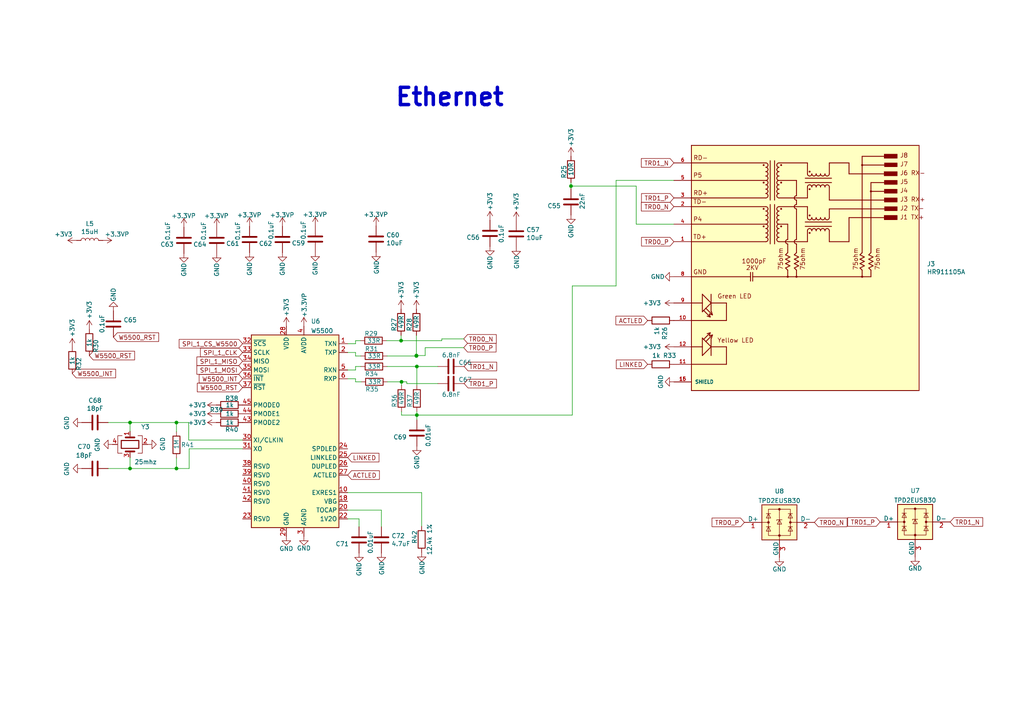
<source format=kicad_sch>
(kicad_sch (version 20211123) (generator eeschema)
  (paper "A4")
  (lib_symbols
    (symbol "Connector_Generic_Shielded:HR911105A" (pin_names (offset 1.016))
      (property "Reference" "J" (at -33.1724 36.2458 0))
      (property "Value" "Connector_Generic_Shielded_HR911105A" (at -33.1216 -38.227 0))
      (symbol "HR911105A_0_0"
        (text "1000pF" (at -18.4912 1.2446 0) (effects (font (size 1.27 1.27)) (justify left bottom)))
        (text "2KV" (at -17.2212 -0.6604 0) (effects (font (size 1.27 1.27)) (justify left bottom)))
        (text "75ohm" (at -6.4008 -0.6604 900) (effects (font (size 1.27 1.27)) (justify left bottom)))
        (text "75ohm" (at 0 -0.6604 900) (effects (font (size 1.27 1.27)) (justify left bottom)))
        (text "75ohm" (at 15.3416 -0.6604 900) (effects (font (size 1.27 1.27)) (justify left bottom)))
        (text "75ohm" (at 21.6916 -0.6604 900) (effects (font (size 1.27 1.27)) (justify left bottom)))
        (text "GND" (at -32.5374 -1.905 0) (effects (font (size 1.27 1.27)) (justify left bottom)))
        (text "Green LED" (at -25.5016 -8.9154 0) (effects (font (size 1.27 1.27)) (justify left bottom)))
        (text "J1 TX+" (at 27.432 13.9954 0) (effects (font (size 1.27 1.27)) (justify left bottom)))
        (text "J2 TX-" (at 27.4574 16.5862 0) (effects (font (size 1.27 1.27)) (justify left bottom)))
        (text "J3 RX+" (at 27.4574 19.1516 0) (effects (font (size 1.27 1.27)) (justify left bottom)))
        (text "J4" (at 27.4574 21.717 0) (effects (font (size 1.27 1.27)) (justify left bottom)))
        (text "J5" (at 27.4828 24.257 0) (effects (font (size 1.27 1.27)) (justify left bottom)))
        (text "J6 RX-" (at 27.4574 26.8224 0) (effects (font (size 1.27 1.27)) (justify left bottom)))
        (text "J7" (at 27.4574 29.3624 0) (effects (font (size 1.27 1.27)) (justify left bottom)))
        (text "J8" (at 27.4574 31.9278 0) (effects (font (size 1.27 1.27)) (justify left bottom)))
        (text "P4" (at -32.5374 13.4112 0) (effects (font (size 1.27 1.27)) (justify left bottom)))
        (text "P5" (at -32.5374 26.162 0) (effects (font (size 1.27 1.27)) (justify left bottom)))
        (text "RD+" (at -32.4866 21.0312 0) (effects (font (size 1.27 1.27)) (justify left bottom)))
        (text "RD-" (at -32.4866 31.2166 0) (effects (font (size 1.27 1.27)) (justify left bottom)))
        (text "TD+" (at -32.5628 8.3058 0) (effects (font (size 1.27 1.27)) (justify left bottom)))
        (text "TD-" (at -32.512 18.4912 0) (effects (font (size 1.27 1.27)) (justify left bottom)))
        (text "Yellow LED" (at -25.527 -21.717 0) (effects (font (size 1.27 1.27)) (justify left bottom)))
        (pin passive line (at -38.1 7.62 0) (length 5.08) (name "~") (number "1"))
        (pin passive line (at -38.1 -15.24 0) (length 5.08) (name "~") (number "10"))
        (pin passive line (at -38.1 -27.94 0) (length 5.08) (name "~") (number "11"))
        (pin passive line (at -38.1 -22.86 0) (length 5.08) (name "~") (number "12"))
        (pin passive line (at -38.1 -33.02 0) (length 5.08) (name "SHIELD") (number "15"))
        (pin passive line (at -38.1 -33.02 0) (length 5.08) (name "SHIELD") (number "16"))
        (pin passive line (at -38.1 17.78 0) (length 5.08) (name "~") (number "2"))
        (pin passive line (at -38.1 20.32 0) (length 5.08) (name "~") (number "3"))
        (pin passive line (at -38.1 12.7 0) (length 5.08) (name "~") (number "4"))
        (pin passive line (at -38.1 25.4 0) (length 5.08) (name "~") (number "5"))
        (pin passive line (at -38.1 30.48 0) (length 5.08) (name "~") (number "6"))
        (pin power_in line (at -38.1 -2.54 0) (length 5.08) (name "~") (number "8"))
        (pin passive line (at -38.1 -10.16 0) (length 5.08) (name "~") (number "9"))
      )
    )
    (symbol "Device:C" (pin_numbers hide) (pin_names (offset 0.254))
      (property "Reference" "C" (at 0.635 2.54 0))
      (property "Value" "C" (at 0.635 -2.54 0))
      (symbol "C_1_1"
        (pin passive line (at 0 3.81 270) (length 2.794) (name "~") (number "1"))
        (pin passive line (at 0 -3.81 90) (length 2.794) (name "~") (number "2"))
      )
    )
    (symbol "Device:Crystal_GND24" (pin_names (offset 1.016) hide)
      (property "Reference" "Y" (at 3.175 5.08 0))
      (property "Value" "Crystal_GND24" (at 3.175 3.175 0))
      (symbol "Crystal_GND24_1_1"
        (pin passive line (at -3.81 0 0) (length 1.27) (name "1") (number "1"))
        (pin passive line (at 0 5.08 270) (length 1.27) (name "2") (number "2"))
        (pin passive line (at 3.81 0 180) (length 1.27) (name "3") (number "3"))
        (pin passive line (at 0 -5.08 90) (length 1.27) (name "4") (number "4"))
      )
    )
    (symbol "Device:L" (pin_numbers hide) (pin_names (offset 1.016) hide)
      (property "Reference" "L" (at -1.27 0 90))
      (property "Value" "L" (at 1.905 0 90))
      (symbol "L_1_1"
        (pin passive line (at 0 3.81 270) (length 1.27) (name "1") (number "1"))
        (pin passive line (at 0 -3.81 90) (length 1.27) (name "2") (number "2"))
      )
    )
    (symbol "Device:R" (pin_numbers hide) (pin_names (offset 0))
      (property "Reference" "R" (at 2.032 0 90))
      (property "Value" "R" (at 0 0 90))
      (symbol "R_1_1"
        (pin passive line (at 0 3.81 270) (length 1.27) (name "~") (number "1"))
        (pin passive line (at 0 -3.81 90) (length 1.27) (name "~") (number "2"))
      )
    )
    (symbol "Interface_Ethernet:W5500"
      (property "Reference" "U" (at -11.43 29.21 0))
      (property "Value" "W5500" (at 8.89 29.21 0))
      (symbol "W5500_1_1"
        (pin output line (at 15.24 25.4 180) (length 2.54) (name "TXN") (number "1"))
        (pin passive line (at 15.24 -17.78 180) (length 2.54) (name "EXRES1") (number "10"))
        (pin passive line (at 2.54 30.48 270) (length 2.54) hide (name "AVDD") (number "11"))
        (pin no_connect line (at 12.7 7.62 180) (length 2.54) hide (name "NC") (number "12"))
        (pin no_connect line (at 12.7 5.08 180) (length 2.54) hide (name "NC") (number "13"))
        (pin passive line (at 2.54 -30.48 90) (length 2.54) hide (name "AGND") (number "14"))
        (pin passive line (at 2.54 30.48 270) (length 2.54) hide (name "AVDD") (number "15"))
        (pin passive line (at 2.54 -30.48 90) (length 2.54) hide (name "AGND") (number "16"))
        (pin passive line (at 2.54 30.48 270) (length 2.54) hide (name "AVDD") (number "17"))
        (pin passive line (at 15.24 -20.32 180) (length 2.54) (name "VBG") (number "18"))
        (pin passive line (at 2.54 -30.48 90) (length 2.54) hide (name "AGND") (number "19"))
        (pin output line (at 15.24 22.86 180) (length 2.54) (name "TXP") (number "2"))
        (pin passive line (at 15.24 -22.86 180) (length 2.54) (name "TOCAP") (number "20"))
        (pin passive line (at 2.54 30.48 270) (length 2.54) hide (name "AVDD") (number "21"))
        (pin output line (at 15.24 -25.4 180) (length 2.54) (name "1V2O") (number "22"))
        (pin input line (at -15.24 -25.4 0) (length 2.54) (name "RSVD") (number "23"))
        (pin output line (at 15.24 -5.08 180) (length 2.54) (name "SPDLED") (number "24"))
        (pin output line (at 15.24 -7.62 180) (length 2.54) (name "LINKLED") (number "25"))
        (pin output line (at 15.24 -10.16 180) (length 2.54) (name "DUPLED") (number "26"))
        (pin output line (at 15.24 -12.7 180) (length 2.54) (name "ACTLED") (number "27"))
        (pin power_in line (at -2.54 30.48 270) (length 2.54) (name "VDD") (number "28"))
        (pin power_in line (at -2.54 -30.48 90) (length 2.54) (name "GND") (number "29"))
        (pin power_in line (at 2.54 -30.48 90) (length 2.54) (name "AGND") (number "3"))
        (pin input line (at -15.24 -2.54 0) (length 2.54) (name "XI/CLKIN") (number "30"))
        (pin output line (at -15.24 -5.08 0) (length 2.54) (name "XO") (number "31"))
        (pin input line (at -15.24 25.4 0) (length 2.54) (name "~{SCS}") (number "32"))
        (pin input line (at -15.24 22.86 0) (length 2.54) (name "SCLK") (number "33"))
        (pin output line (at -15.24 20.32 0) (length 2.54) (name "MISO") (number "34"))
        (pin input line (at -15.24 17.78 0) (length 2.54) (name "MOSI") (number "35"))
        (pin input line (at -15.24 15.24 0) (length 2.54) (name "~{INT}") (number "36"))
        (pin input line (at -15.24 12.7 0) (length 2.54) (name "~{RST}") (number "37"))
        (pin input line (at -15.24 -10.16 0) (length 2.54) (name "RSVD") (number "38"))
        (pin input line (at -15.24 -12.7 0) (length 2.54) (name "RSVD") (number "39"))
        (pin power_in line (at 2.54 30.48 270) (length 2.54) (name "AVDD") (number "4"))
        (pin input line (at -15.24 -15.24 0) (length 2.54) (name "RSVD") (number "40"))
        (pin input line (at -15.24 -17.78 0) (length 2.54) (name "RSVD") (number "41"))
        (pin input line (at -15.24 -20.32 0) (length 2.54) (name "RSVD") (number "42"))
        (pin input line (at -15.24 2.54 0) (length 2.54) (name "PMODE2") (number "43"))
        (pin input line (at -15.24 5.08 0) (length 2.54) (name "PMODE1") (number "44"))
        (pin input line (at -15.24 7.62 0) (length 2.54) (name "PMODE0") (number "45"))
        (pin no_connect line (at 12.7 2.54 180) (length 2.54) hide (name "NC") (number "46"))
        (pin no_connect line (at 12.7 0 180) (length 2.54) hide (name "NC") (number "47"))
        (pin passive line (at 2.54 -30.48 90) (length 2.54) hide (name "AGND") (number "48"))
        (pin input line (at 15.24 17.78 180) (length 2.54) (name "RXN") (number "5"))
        (pin input line (at 15.24 15.24 180) (length 2.54) (name "RXP") (number "6"))
        (pin no_connect line (at 12.7 10.16 180) (length 2.54) hide (name "DNC") (number "7"))
        (pin passive line (at 2.54 30.48 270) (length 2.54) hide (name "AVDD") (number "8"))
        (pin passive line (at 2.54 -30.48 90) (length 2.54) hide (name "AGND") (number "9"))
      )
    )
    (symbol "Power_Protection:TPD2EUSB30" (pin_names (offset 0))
      (property "Reference" "U" (at 0 6.35 0))
      (property "Value" "TPD2EUSB30" (at 7.62 -7.62 0))
      (symbol "TPD2EUSB30_1_1"
        (pin passive line (at -10.16 0 0) (length 5.08) (name "D+") (number "1"))
        (pin passive line (at 10.16 0 180) (length 5.08) (name "D-") (number "2"))
        (pin passive line (at 0 -10.16 90) (length 5.08) (name "GND") (number "3"))
      )
    )
    (symbol "power:+3.3V" (power) (pin_names (offset 0))
      (property "Value" "+3.3V" (at 0 3.556 0))
      (symbol "+3.3V_1_1"
        (pin power_in line (at 0 0 90) (length 0) hide (name "+3V3") (number "1"))
      )
    )
    (symbol "power:+3.3VP" (power) (pin_names (offset 0))
      (property "Value" "+3.3VP" (at 0 2.54 0))
      (symbol "+3.3VP_0_0"
        (pin power_in line (at 0 0 90) (length 0) hide (name "+3.3VP") (number "1"))
      )
    )
    (symbol "power:GND" (power) (pin_names (offset 0))
      (property "Value" "GND" (at 0 -3.81 0))
      (symbol "GND_1_1"
        (pin power_in line (at 0 0 270) (length 0) hide (name "GND") (number "1"))
      )
    )
  )
  (junction (at 120.777 103.124))
  (junction (at 120.904 120.396))
  (junction (at 51.181 135.89))
  (junction (at 120.777 103.251))
  (junction (at 116.332 98.806))
  (junction (at 120.904 106.299))
  (junction (at 37.719 135.89))
  (junction (at 165.608 53.975))
  (junction (at 116.459 110.744))
  (junction (at 37.719 122.555))
  (junction (at 51.181 122.555))
  (wire (pts (xy 165.608 52.959) (xy 165.608 53.975)))
  (wire (pts (xy 123.317 100.838) (xy 134.493 100.838)))
  (wire (pts (xy 120.777 103.124) (xy 120.777 97.282)))
  (wire (pts (xy 100.838 147.955) (xy 110.617 147.955)))
  (wire (pts (xy 103.124 99.695) (xy 103.124 98.806)))
  (wire (pts (xy 54.864 130.175) (xy 70.358 130.175)))
  (wire (pts (xy 120.904 106.299) (xy 127 106.299)))
  (wire (pts (xy 112.268 106.299) (xy 120.904 106.299)))
  (wire (pts (xy 100.838 102.235) (xy 103.124 102.235)))
  (wire (pts (xy 51.181 132.842) (xy 51.181 135.89)))
  (wire (pts (xy 110.617 147.955) (xy 110.617 152.781)))
  (wire (pts (xy 51.181 122.555) (xy 51.181 125.222)))
  (wire (pts (xy 103.124 107.315) (xy 103.124 106.299)))
  (wire (pts (xy 100.838 109.855) (xy 103.124 109.855)))
  (wire (pts (xy 100.838 150.495) (xy 104.14 150.495)))
  (wire (pts (xy 103.124 102.235) (xy 103.124 103.251)))
  (wire (pts (xy 128.143 98.298) (xy 128.143 98.806)))
  (wire (pts (xy 165.989 82.931) (xy 178.689 82.931)))
  (wire (pts (xy 100.838 142.875) (xy 122.301 142.875)))
  (wire (pts (xy 31.369 122.555) (xy 37.719 122.555)))
  (wire (pts (xy 70.358 127.635) (xy 54.737 127.635)))
  (wire (pts (xy 103.124 109.855) (xy 103.124 110.744)))
  (wire (pts (xy 116.459 119.38) (xy 116.459 120.396)))
  (wire (pts (xy 51.181 135.89) (xy 54.864 135.89)))
  (wire (pts (xy 128.143 98.806) (xy 116.332 98.806)))
  (wire (pts (xy 103.124 110.744) (xy 104.775 110.744)))
  (wire (pts (xy 112.395 110.744) (xy 116.459 110.744)))
  (wire (pts (xy 31.369 135.89) (xy 37.719 135.89)))
  (wire (pts (xy 195.453 52.324) (xy 178.689 52.324)))
  (wire (pts (xy 37.719 122.555) (xy 37.719 125.095)))
  (wire (pts (xy 120.777 103.251) (xy 120.777 103.124)))
  (wire (pts (xy 51.181 122.555) (xy 54.737 122.555)))
  (wire (pts (xy 116.459 110.744) (xy 116.459 111.76)))
  (wire (pts (xy 120.777 103.124) (xy 123.317 103.124)))
  (wire (pts (xy 112.141 98.806) (xy 116.332 98.806)))
  (wire (pts (xy 54.737 127.635) (xy 54.737 122.555)))
  (wire (pts (xy 100.838 99.695) (xy 103.124 99.695)))
  (wire (pts (xy 104.14 150.495) (xy 104.14 152.781)))
  (wire (pts (xy 120.904 120.396) (xy 120.904 119.38)))
  (wire (pts (xy 178.689 82.931) (xy 178.689 52.324)))
  (wire (pts (xy 103.124 98.806) (xy 104.521 98.806)))
  (wire (pts (xy 116.459 120.396) (xy 120.904 120.396)))
  (wire (pts (xy 103.124 106.299) (xy 104.648 106.299)))
  (wire (pts (xy 127 111.252) (xy 117.983 111.252)))
  (wire (pts (xy 120.904 120.396) (xy 120.904 121.793)))
  (wire (pts (xy 134.493 98.298) (xy 128.143 98.298)))
  (wire (pts (xy 165.608 53.975) (xy 184.531 53.975)))
  (wire (pts (xy 165.608 53.975) (xy 165.608 54.737)))
  (wire (pts (xy 37.719 135.89) (xy 51.181 135.89)))
  (wire (pts (xy 100.838 107.315) (xy 103.124 107.315)))
  (wire (pts (xy 54.864 130.175) (xy 54.864 135.89)))
  (wire (pts (xy 120.904 120.396) (xy 165.989 120.396)))
  (wire (pts (xy 122.301 142.875) (xy 122.301 152.654)))
  (wire (pts (xy 103.124 103.251) (xy 104.648 103.251)))
  (wire (pts (xy 37.719 135.89) (xy 37.719 132.715)))
  (wire (pts (xy 195.453 65.024) (xy 184.531 65.024)))
  (wire (pts (xy 117.983 111.252) (xy 117.983 110.744)))
  (wire (pts (xy 112.268 103.251) (xy 120.777 103.251)))
  (wire (pts (xy 37.719 122.555) (xy 51.181 122.555)))
  (wire (pts (xy 116.332 98.806) (xy 116.332 97.282)))
  (wire (pts (xy 117.983 110.744) (xy 116.459 110.744)))
  (wire (pts (xy 184.531 65.024) (xy 184.531 53.975)))
  (wire (pts (xy 120.904 106.299) (xy 120.904 111.76)))
  (wire (pts (xy 165.989 120.396) (xy 165.989 82.931)))
  (wire (pts (xy 123.317 103.124) (xy 123.317 100.838)))
  (text "Ethernet" (at 114.3 31.242 0) (effects (font (size 5.0038 5.0038) (thickness 1.0008) bold) (justify left bottom)))
  (global_label "LINKED" (shape input) (at 100.838 132.715 0) (property "Intersheet References" "${INTERSHEET_REFS}" (effects hide)))
  (global_label "TRD0_N" (shape input) (at 236.22 151.511 0) (property "Intersheet References" "${INTERSHEET_REFS}" (effects hide)))
  (global_label "TRD1_P" (shape input) (at 195.453 57.404 180) (property "Intersheet References" "${INTERSHEET_REFS}" (effects hide)))
  (global_label "TRD0_P" (shape input) (at 195.453 70.104 180) (property "Intersheet References" "${INTERSHEET_REFS}" (effects hide)))
  (global_label "TRD1_P" (shape input) (at 134.62 111.252 0) (property "Intersheet References" "${INTERSHEET_REFS}" (effects hide)))
  (global_label "SPI_1_MISO" (shape input) (at 70.358 104.775 180) (property "Intersheet References" "${INTERSHEET_REFS}" (effects hide)))
  (global_label "TRD1_N" (shape input) (at 134.62 106.299 0) (property "Intersheet References" "${INTERSHEET_REFS}" (effects hide)))
  (global_label "SPI_1_MOSI" (shape input) (at 70.358 107.315 180) (property "Intersheet References" "${INTERSHEET_REFS}" (effects hide)))
  (global_label "W5500_INT" (shape input) (at 20.955 108.331 0) (property "Intersheet References" "${INTERSHEET_REFS}" (effects hide)))
  (global_label "W5500_RST" (shape input) (at 70.358 112.395 180) (property "Intersheet References" "${INTERSHEET_REFS}" (effects hide)))
  (global_label "TRD0_N" (shape input) (at 134.493 98.298 0) (property "Intersheet References" "${INTERSHEET_REFS}" (effects hide)))
  (global_label "SPI_1_CLK" (shape input) (at 70.358 102.235 180) (property "Intersheet References" "${INTERSHEET_REFS}" (effects hide)))
  (global_label "TRD1_N" (shape input) (at 275.59 151.384 0) (property "Intersheet References" "${INTERSHEET_REFS}" (effects hide)))
  (global_label "TRD0_N" (shape input) (at 195.453 59.944 180) (property "Intersheet References" "${INTERSHEET_REFS}" (effects hide)))
  (global_label "TRD0_P" (shape input) (at 134.493 100.838 0) (property "Intersheet References" "${INTERSHEET_REFS}" (effects hide)))
  (global_label "LINKED" (shape input) (at 187.833 105.664 180) (property "Intersheet References" "${INTERSHEET_REFS}" (effects hide)))
  (global_label "TRD1_N" (shape input) (at 195.453 47.244 180) (property "Intersheet References" "${INTERSHEET_REFS}" (effects hide)))
  (global_label "W5500_INT" (shape input) (at 70.358 109.855 180) (property "Intersheet References" "${INTERSHEET_REFS}" (effects hide)))
  (global_label "ACTLED" (shape input) (at 187.833 92.964 180) (property "Intersheet References" "${INTERSHEET_REFS}" (effects hide)))
  (global_label "W5500_RST" (shape input) (at 25.908 103.124 0) (property "Intersheet References" "${INTERSHEET_REFS}" (effects hide)))
  (global_label "SPI_1_CS_W5500" (shape input) (at 70.358 99.695 180) (property "Intersheet References" "${INTERSHEET_REFS}" (effects hide)))
  (global_label "W5500_RST" (shape input) (at 32.893 97.79 0) (property "Intersheet References" "${INTERSHEET_REFS}" (effects hide)))
  (global_label "TRD1_P" (shape input) (at 255.27 151.384 180) (property "Intersheet References" "${INTERSHEET_REFS}" (effects hide)))
  (global_label "TRD0_P" (shape input) (at 215.9 151.511 180) (property "Intersheet References" "${INTERSHEET_REFS}" (effects hide)))
  (global_label "ACTLED" (shape input) (at 100.838 137.795 0) (property "Intersheet References" "${INTERSHEET_REFS}" (effects hide)))
  (symbol (lib_id "power:+3.3V") (at 165.608 45.339 0) (unit 1)
    (property "Reference" "#PWR0121" (effects hide))
    (property "Value" "+3.3V" (at 165.608 39.878 90))
  )
  (symbol (lib_id "power:+3.3V") (at 120.777 89.662 0) (unit 1)
    (property "Reference" "#PWR0146" (effects hide))
    (property "Value" "+3.3V" (at 120.777 84.201 90))
  )
  (symbol (lib_id "Device:Crystal_GND24") (at 37.719 128.905 270) (unit 1)
    (property "Reference" "Y3" (at 40.894 123.825 90) (effects (justify left)))
    (property "Value" "25mhz" (at 38.989 133.985 90) (effects (justify left)))
    (property "Footprint" "Footprint:Crystal_smd_3225" (effects hide))
  )
  (symbol (lib_id "power:GND") (at 23.749 135.89 270) (unit 1)
    (property "Reference" "#PWR0161" (effects hide))
    (property "Value" "GND" (at 19.3548 136.017 0))
  )
  (symbol (lib_id "power:+3.3VP") (at 53.34 65.913 0) (unit 1)
    (property "Reference" "#PWR0130" (effects hide))
    (property "Value" "+3.3VP" (at 49.657 62.611 0) (effects (justify left)))
  )
  (symbol (lib_id "power:+3.3V") (at 142.113 63.881 0) (unit 1)
    (property "Reference" "#PWR0123" (effects hide))
    (property "Value" "+3.3V" (at 142.113 58.42 90))
  )
  (symbol (lib_id "Device:C") (at 165.608 58.547 180) (unit 1)
    (property "Reference" "C55" (at 162.687 59.7154 0) (effects (justify left)))
    (property "Value" "22nF" (at 168.91 55.88 90) (effects (justify left)))
    (property "Footprint" "Capacitor_SMD:C_0603_1608Metric" (effects hide))
  )
  (symbol (lib_id "Device:L") (at 26.035 69.723 90) (unit 1)
    (property "Reference" "L5" (at 26.035 64.897 90))
    (property "Value" "15uH" (at 26.035 67.2084 90))
    (property "Footprint" "Resistor_SMD:R_0603_1608Metric" (effects hide))
  )
  (symbol (lib_id "Device:R") (at 191.643 92.964 270) (unit 1)
    (property "Reference" "R26" (at 192.8114 94.742 0) (effects (justify left)))
    (property "Value" "1k" (at 190.5 94.742 0) (effects (justify left)))
    (property "Footprint" "Resistor_SMD:R_0603_1608Metric" (effects hide))
  )
  (symbol (lib_id "power:GND") (at 109.093 73.152 0) (unit 1)
    (property "Reference" "#PWR0138" (effects hide))
    (property "Value" "GND" (at 109.22 77.5462 90))
  )
  (symbol (lib_id "Device:R") (at 116.332 93.472 180) (unit 1)
    (property "Reference" "R27" (at 114.3 92.202 90) (effects (justify left)))
    (property "Value" "49R" (at 116.332 91.44 90) (effects (justify left)))
    (property "Footprint" "Resistor_SMD:R_0603_1608Metric" (effects hide))
  )
  (symbol (lib_id "Device:C") (at 110.617 156.591 0) (unit 1)
    (property "Reference" "C72" (at 113.538 155.4226 0) (effects (justify left)))
    (property "Value" "4.7uF" (at 113.538 157.734 0) (effects (justify left)))
    (property "Footprint" "Capacitor_SMD:C_0805_2012Metric" (effects hide))
  )
  (symbol (lib_id "Device:C") (at 72.39 69.469 180) (unit 1)
    (property "Reference" "C61" (at 69.469 70.6374 0) (effects (justify left)))
    (property "Value" "0.1uF" (at 68.961 64.262 90) (effects (justify left)))
    (property "Footprint" "Capacitor_SMD:C_0603_1608Metric" (effects hide))
  )
  (symbol (lib_id "Device:R") (at 51.181 129.032 0) (unit 1)
    (property "Reference" "R41" (at 52.451 129.032 0) (effects (justify left)))
    (property "Value" "1M" (at 51.181 130.302 90) (effects (justify left)))
    (property "Footprint" "Resistor_SMD:R_0603_1608Metric" (effects hide))
  )
  (symbol (lib_id "power:+3.3VP") (at 88.138 94.615 0) (unit 1)
    (property "Reference" "#PWR0149" (effects hide))
    (property "Value" "+3.3VP" (at 88.265 92.075 90) (effects (justify left)))
  )
  (symbol (lib_id "power:GND") (at 104.14 160.401 0) (unit 1)
    (property "Reference" "#PWR0165" (effects hide))
    (property "Value" "GND" (at 104.14 165.1 90))
  )
  (symbol (lib_id "power:+3.3VP") (at 81.915 65.659 0) (unit 1)
    (property "Reference" "#PWR0129" (effects hide))
    (property "Value" "+3.3VP" (at 78.232 62.357 0) (effects (justify left)))
  )
  (symbol (lib_id "power:GND") (at 32.639 128.905 270) (unit 1)
    (property "Reference" "#PWR0158" (effects hide))
    (property "Value" "GND" (at 28.2448 129.032 0))
  )
  (symbol (lib_id "power:+3.3VP") (at 91.44 65.532 0) (unit 1)
    (property "Reference" "#PWR0126" (effects hide))
    (property "Value" "+3.3VP" (at 87.757 62.23 0) (effects (justify left)))
  )
  (symbol (lib_id "Device:R") (at 66.548 122.555 270) (unit 1)
    (property "Reference" "R40" (at 65.278 124.587 90) (effects (justify left)))
    (property "Value" "1k" (at 65.405 122.555 90) (effects (justify left)))
    (property "Footprint" "Resistor_SMD:R_0603_1608Metric" (effects hide))
  )
  (symbol (lib_id "power:GND") (at 122.301 160.274 0) (unit 1)
    (property "Reference" "#PWR0164" (effects hide))
    (property "Value" "GND" (at 122.428 164.6682 90))
  )
  (symbol (lib_id "power:GND") (at 81.915 73.279 0) (unit 1)
    (property "Reference" "#PWR0140" (effects hide))
    (property "Value" "GND" (at 81.915 77.978 90))
  )
  (symbol (lib_id "Device:C") (at 91.44 69.342 180) (unit 1)
    (property "Reference" "C59" (at 88.519 70.5104 0) (effects (justify left)))
    (property "Value" "0.1uF" (at 88.011 64.008 90) (effects (justify left)))
    (property "Footprint" "Capacitor_SMD:C_0603_1608Metric" (effects hide))
  )
  (symbol (lib_id "Device:R") (at 20.955 104.521 180) (unit 1)
    (property "Reference" "R32" (at 22.86 103.632 90) (effects (justify left)))
    (property "Value" "1k" (at 20.955 103.378 90) (effects (justify left)))
    (property "Footprint" "Resistor_SMD:R_0603_1608Metric" (effects hide))
  )
  (symbol (lib_id "power:GND") (at 265.43 161.544 0) (unit 1)
    (property "Reference" "#PWR0167" (effects hide))
    (property "Value" "GND" (at 265.43 164.846 0))
  )
  (symbol (lib_id "power:GND") (at 120.904 129.413 0) (unit 1)
    (property "Reference" "#PWR0160" (effects hide))
    (property "Value" "GND" (at 120.904 134.112 90))
  )
  (symbol (lib_id "power:+3.3V") (at 195.453 100.584 90) (unit 1)
    (property "Reference" "#PWR0151" (effects hide))
    (property "Value" "+3.3V" (at 189.103 100.584 90))
  )
  (symbol (lib_id "Device:R") (at 108.585 110.744 90) (unit 1)
    (property "Reference" "R35" (at 109.855 112.903 90) (effects (justify left)))
    (property "Value" "33R" (at 110.617 110.744 90) (effects (justify left)))
    (property "Footprint" "Resistor_SMD:R_0603_1608Metric" (effects hide))
  )
  (symbol (lib_id "power:+3.3V") (at 62.738 117.475 90) (unit 1)
    (property "Reference" "#PWR0154" (effects hide))
    (property "Value" "+3.3V" (at 57.15 117.475 90))
  )
  (symbol (lib_id "Device:C") (at 32.893 93.98 0) (unit 1)
    (property "Reference" "C65" (at 35.814 92.8116 0) (effects (justify left)))
    (property "Value" "0.1uF" (at 29.591 96.647 90) (effects (justify left)))
    (property "Footprint" "Capacitor_SMD:C_0603_1608Metric" (effects hide))
  )
  (symbol (lib_id "power:+3.3V") (at 20.955 100.711 0) (unit 1)
    (property "Reference" "#PWR0152" (effects hide))
    (property "Value" "+3.3V" (at 20.955 95.123 90))
  )
  (symbol (lib_id "Device:R") (at 122.301 156.464 0) (unit 1)
    (property "Reference" "R42" (at 120.269 157.734 90) (effects (justify left)))
    (property "Value" "12.4k 1%" (at 124.587 161.036 90) (effects (justify left)))
    (property "Footprint" "Resistor_SMD:R_0603_1608Metric" (effects hide))
  )
  (symbol (lib_id "Device:C") (at 81.915 69.469 180) (unit 1)
    (property "Reference" "C62" (at 78.994 70.6374 0) (effects (justify left)))
    (property "Value" "0.1uF" (at 78.613 64.008 90) (effects (justify left)))
    (property "Footprint" "Capacitor_SMD:C_0603_1608Metric" (effects hide))
  )
  (symbol (lib_id "Device:R") (at 108.331 98.806 90) (unit 1)
    (property "Reference" "R29" (at 109.601 96.774 90) (effects (justify left)))
    (property "Value" "33R" (at 110.363 98.806 90) (effects (justify left)))
    (property "Footprint" "Resistor_SMD:R_0603_1608Metric" (effects hide))
  )
  (symbol (lib_id "Connector_Generic_Shielded:HR911105A") (at 233.553 77.724 0) (unit 1)
    (property "Reference" "J3" (at 268.8336 76.5556 0) (effects (justify left)))
    (property "Value" "HR911105A" (at 268.8336 78.867 0) (effects (justify left)))
    (property "Footprint" "Footprint:HANRUN_HR911105A" (effects hide))
    (property "MP" "HR911105A" (effects hide))
    (property "PARTREV" "A" (effects hide))
    (property "DESCRIPTION" "DIP RJ45 Connector;" (effects hide))
    (property "AVAILABILITY" "Unavailable" (effects hide))
    (property "PRICE" "None" (effects hide))
    (property "STANDARD" "Manufacturer Recommendation" (effects hide))
    (property "PACKAGE" "None" (effects hide))
    (property "MF" "HanRun" (effects hide))
  )
  (symbol (lib_id "power:+3.3V") (at 62.738 120.015 90) (unit 1)
    (property "Reference" "#PWR0155" (effects hide))
    (property "Value" "+3.3V" (at 57.15 120.015 90))
  )
  (symbol (lib_id "power:GND") (at 72.39 73.279 0) (unit 1)
    (property "Reference" "#PWR0139" (effects hide))
    (property "Value" "GND" (at 72.39 77.978 90))
  )
  (symbol (lib_id "power:GND") (at 32.893 90.17 180) (unit 1)
    (property "Reference" "#PWR0147" (effects hide))
    (property "Value" "GND" (at 32.893 85.471 90))
  )
  (symbol (lib_id "power:+3.3VP") (at 62.865 65.913 0) (unit 1)
    (property "Reference" "#PWR0131" (effects hide))
    (property "Value" "+3.3VP" (at 59.182 62.611 0) (effects (justify left)))
  )
  (symbol (lib_id "power:+3.3V") (at 22.225 69.723 90) (unit 1)
    (property "Reference" "#PWR0132" (effects hide))
    (property "Value" "+3.3V" (at 18.415 67.945 90))
  )
  (symbol (lib_id "power:GND") (at 149.733 71.628 0) (unit 1)
    (property "Reference" "#PWR0135" (effects hide))
    (property "Value" "GND" (at 149.86 76.0222 90))
  )
  (symbol (lib_id "Device:R") (at 25.908 99.314 180) (unit 1)
    (property "Reference" "R30" (at 27.813 98.425 90) (effects (justify left)))
    (property "Value" "1k" (at 25.908 98.171 90) (effects (justify left)))
    (property "Footprint" "Resistor_SMD:R_0603_1608Metric" (effects hide))
  )
  (symbol (lib_id "power:GND") (at 23.749 122.555 270) (unit 1)
    (property "Reference" "#PWR0156" (effects hide))
    (property "Value" "GND" (at 19.3548 122.682 0))
  )
  (symbol (lib_id "Device:C") (at 62.865 69.723 180) (unit 1)
    (property "Reference" "C64" (at 59.944 70.8914 0) (effects (justify left)))
    (property "Value" "0.1uF" (at 59.055 64.262 90) (effects (justify left)))
    (property "Footprint" "Capacitor_SMD:C_0603_1608Metric" (effects hide))
  )
  (symbol (lib_id "Device:R") (at 66.548 120.015 270) (unit 1)
    (property "Reference" "R39" (at 60.833 118.872 90) (effects (justify left)))
    (property "Value" "1k" (at 65.405 120.015 90) (effects (justify left)))
    (property "Footprint" "Resistor_SMD:R_0603_1608Metric" (effects hide))
  )
  (symbol (lib_id "Device:C") (at 104.14 156.591 180) (unit 1)
    (property "Reference" "C71" (at 101.219 157.7594 0) (effects (justify left)))
    (property "Value" "0.01uF" (at 107.442 153.924 90) (effects (justify left)))
    (property "Footprint" "Capacitor_SMD:C_0603_1608Metric" (effects hide))
  )
  (symbol (lib_id "Device:C") (at 130.81 106.299 270) (unit 1)
    (property "Reference" "C66" (at 132.969 105.156 90) (effects (justify left)))
    (property "Value" "6.8nF" (at 128.143 102.997 90) (effects (justify left)))
    (property "Footprint" "Capacitor_SMD:C_0603_1608Metric" (effects hide))
  )
  (symbol (lib_id "power:+3.3V") (at 116.332 89.662 0) (unit 1)
    (property "Reference" "#PWR0145" (effects hide))
    (property "Value" "+3.3V" (at 116.332 84.201 90))
  )
  (symbol (lib_id "power:GND") (at 53.34 73.533 0) (unit 1)
    (property "Reference" "#PWR0141" (effects hide))
    (property "Value" "GND" (at 53.34 78.232 90))
  )
  (symbol (lib_id "power:GND") (at 91.44 73.152 0) (unit 1)
    (property "Reference" "#PWR0137" (effects hide))
    (property "Value" "GND" (at 91.44 77.851 90))
  )
  (symbol (lib_id "Device:C") (at 149.733 67.818 0) (unit 1)
    (property "Reference" "C57" (at 152.654 66.6496 0) (effects (justify left)))
    (property "Value" "10uF" (at 152.654 68.961 0) (effects (justify left)))
    (property "Footprint" "Capacitor_SMD:C_0805_2012Metric" (effects hide))
  )
  (symbol (lib_id "Device:R") (at 66.548 117.475 270) (unit 1)
    (property "Reference" "R38" (at 65.278 115.57 90) (effects (justify left)))
    (property "Value" "1k" (at 65.405 117.475 90) (effects (justify left)))
    (property "Footprint" "Resistor_SMD:R_0603_1608Metric" (effects hide))
  )
  (symbol (lib_id "power:GND") (at 226.06 161.671 0) (unit 1)
    (property "Reference" "#PWR0168" (effects hide))
    (property "Value" "GND" (at 226.06 165.1 0))
  )
  (symbol (lib_id "Device:R") (at 116.459 115.57 180) (unit 1)
    (property "Reference" "R36" (at 114.427 114.3 90) (effects (justify left)))
    (property "Value" "49R" (at 116.459 113.538 90) (effects (justify left)))
    (property "Footprint" "Resistor_SMD:R_0603_1608Metric" (effects hide))
  )
  (symbol (lib_id "power:GND") (at 195.453 110.744 270) (unit 1)
    (property "Reference" "#PWR0153" (effects hide))
    (property "Value" "GND" (at 191.643 110.744 0))
  )
  (symbol (lib_id "Device:R") (at 108.458 106.299 90) (unit 1)
    (property "Reference" "R34" (at 109.728 108.458 90) (effects (justify left)))
    (property "Value" "33R" (at 110.49 106.299 90) (effects (justify left)))
    (property "Footprint" "Resistor_SMD:R_0603_1608Metric" (effects hide))
  )
  (symbol (lib_id "Device:C") (at 109.093 69.342 0) (unit 1)
    (property "Reference" "C60" (at 112.014 68.1736 0) (effects (justify left)))
    (property "Value" "10uF" (at 112.014 70.485 0) (effects (justify left)))
    (property "Footprint" "Capacitor_SMD:C_0805_2012Metric" (effects hide))
  )
  (symbol (lib_id "power:GND") (at 88.138 155.575 0) (unit 1)
    (property "Reference" "#PWR0163" (effects hide))
    (property "Value" "GND" (at 88.138 159.004 0))
  )
  (symbol (lib_id "Device:C") (at 27.559 135.89 90) (unit 1)
    (property "Reference" "C70" (at 24.384 129.54 90))
    (property "Value" "18pF" (at 24.384 132.08 90))
    (property "Footprint" "Capacitor_SMD:C_0603_1608Metric" (effects hide))
  )
  (symbol (lib_id "power:+3.3V") (at 83.058 94.615 0) (unit 1)
    (property "Reference" "#PWR0148" (effects hide))
    (property "Value" "+3.3V" (at 83.058 89.154 90))
  )
  (symbol (lib_id "Device:C") (at 130.81 111.252 270) (unit 1)
    (property "Reference" "C67" (at 132.969 110.109 90) (effects (justify left)))
    (property "Value" "6.8nF" (at 128.143 114.427 90) (effects (justify left)))
    (property "Footprint" "Capacitor_SMD:C_0603_1608Metric" (effects hide))
  )
  (symbol (lib_id "Device:R") (at 191.643 105.664 270) (unit 1)
    (property "Reference" "R33" (at 192.278 103.124 90) (effects (justify left)))
    (property "Value" "1k" (at 189.103 103.124 90) (effects (justify left)))
    (property "Footprint" "Resistor_SMD:R_0603_1608Metric" (effects hide))
  )
  (symbol (lib_id "Interface_Ethernet:W5500") (at 85.598 125.095 0) (unit 1)
    (property "Reference" "U6" (at 90.1574 93.1885 0) (effects (justify left)))
    (property "Value" "W5500" (at 90.1574 95.9636 0) (effects (justify left)))
    (property "Footprint" "Package_QFP:LQFP-48_7x7mm_P0.5mm" (effects hide))
    (property "Datasheet" "http://wizwiki.net/wiki/lib/exe/fetch.php/products:w5500:w5500_ds_v109e.pdf" (effects hide))
  )
  (symbol (lib_id "power:+3.3V") (at 195.453 87.884 90) (unit 1)
    (property "Reference" "#PWR0144" (effects hide))
    (property "Value" "+3.3V" (at 189.103 87.884 90))
  )
  (symbol (lib_id "Power_Protection:TPD2EUSB30") (at 226.06 151.511 0) (unit 1)
    (property "Reference" "U8" (at 226.06 142.4645 0))
    (property "Value" "TPD2EUSB30" (at 226.06 145.2396 0))
    (property "Footprint" "Package_TO_SOT_SMD:Texas_DRT-3" (effects hide))
    (property "Datasheet" "http://www.ti.com/lit/ds/symlink/tpd2eusb30a.pdf" (effects hide))
  )
  (symbol (lib_id "power:+3.3VP") (at 72.39 65.659 0) (unit 1)
    (property "Reference" "#PWR0128" (effects hide))
    (property "Value" "+3.3VP" (at 68.707 62.357 0) (effects (justify left)))
  )
  (symbol (lib_id "power:GND") (at 142.113 71.501 0) (unit 1)
    (property "Reference" "#PWR0134" (effects hide))
    (property "Value" "GND" (at 142.113 76.2 90))
  )
  (symbol (lib_id "Power_Protection:TPD2EUSB30") (at 265.43 151.384 0) (unit 1)
    (property "Reference" "U7" (at 265.43 142.3375 0))
    (property "Value" "TPD2EUSB30" (at 265.43 145.1126 0))
    (property "Footprint" "Package_TO_SOT_SMD:Texas_DRT-3" (effects hide))
    (property "Datasheet" "http://www.ti.com/lit/ds/symlink/tpd2eusb30a.pdf" (effects hide))
  )
  (symbol (lib_id "Device:R") (at 108.458 103.251 90) (unit 1)
    (property "Reference" "R31" (at 109.728 101.219 90) (effects (justify left)))
    (property "Value" "33R" (at 110.49 103.251 90) (effects (justify left)))
    (property "Footprint" "Resistor_SMD:R_0603_1608Metric" (effects hide))
  )
  (symbol (lib_id "power:GND") (at 110.617 160.401 0) (unit 1)
    (property "Reference" "#PWR0166" (effects hide))
    (property "Value" "GND" (at 110.744 164.7952 90))
  )
  (symbol (lib_id "power:GND") (at 165.608 62.357 0) (unit 1)
    (property "Reference" "#PWR0122" (effects hide))
    (property "Value" "GND" (at 165.608 67.056 90))
  )
  (symbol (lib_id "power:GND") (at 83.058 155.575 0) (unit 1)
    (property "Reference" "#PWR0162" (effects hide))
    (property "Value" "GND" (at 83.058 159.131 0))
  )
  (symbol (lib_id "power:GND") (at 42.799 128.905 90) (unit 1)
    (property "Reference" "#PWR0159" (effects hide))
    (property "Value" "GND" (at 47.1932 128.778 0))
  )
  (symbol (lib_id "power:+3.3V") (at 149.733 64.008 0) (unit 1)
    (property "Reference" "#PWR0124" (effects hide))
    (property "Value" "+3.3V" (at 149.733 58.547 90))
  )
  (symbol (lib_id "Device:R") (at 120.777 93.472 180) (unit 1)
    (property "Reference" "R28" (at 118.745 92.202 90) (effects (justify left)))
    (property "Value" "49R" (at 120.777 91.44 90) (effects (justify left)))
    (property "Footprint" "Resistor_SMD:R_0603_1608Metric" (effects hide))
  )
  (symbol (lib_id "Device:R") (at 120.904 115.57 180) (unit 1)
    (property "Reference" "R37" (at 118.872 114.3 90) (effects (justify left)))
    (property "Value" "49R" (at 120.904 113.538 90) (effects (justify left)))
    (property "Footprint" "Resistor_SMD:R_0603_1608Metric" (effects hide))
  )
  (symbol (lib_id "power:GND") (at 62.865 73.533 0) (unit 1)
    (property "Reference" "#PWR0142" (effects hide))
    (property "Value" "GND" (at 62.865 78.232 90))
  )
  (symbol (lib_id "Device:C") (at 53.34 69.723 180) (unit 1)
    (property "Reference" "C63" (at 50.419 70.8914 0) (effects (justify left)))
    (property "Value" "0.1uF" (at 48.641 64.262 90) (effects (justify left)))
    (property "Footprint" "Capacitor_SMD:C_0603_1608Metric" (effects hide))
  )
  (symbol (lib_id "power:+3.3VP") (at 109.093 65.532 0) (unit 1)
    (property "Reference" "#PWR0127" (effects hide))
    (property "Value" "+3.3VP" (at 105.41 62.23 0) (effects (justify left)))
  )
  (symbol (lib_id "power:GND") (at 195.453 80.264 270) (unit 1)
    (property "Reference" "#PWR0143" (effects hide))
    (property "Value" "GND" (at 190.754 80.264 90))
  )
  (symbol (lib_id "power:+3.3VP") (at 29.845 69.723 270) (unit 1)
    (property "Reference" "#PWR0133" (effects hide))
    (property "Value" "+3.3VP" (at 30.353 67.945 90) (effects (justify left)))
  )
  (symbol (lib_id "power:+3.3V") (at 25.908 95.504 0) (unit 1)
    (property "Reference" "#PWR0150" (effects hide))
    (property "Value" "+3.3V" (at 25.908 89.916 90))
  )
  (symbol (lib_id "Device:C") (at 27.559 122.555 90) (unit 1)
    (property "Reference" "C68" (at 27.559 116.1542 90))
    (property "Value" "18pF" (at 27.559 118.4656 90))
    (property "Footprint" "Capacitor_SMD:C_0603_1608Metric" (effects hide))
  )
  (symbol (lib_id "Device:C") (at 142.113 67.691 180) (unit 1)
    (property "Reference" "C56" (at 139.192 68.8594 0) (effects (justify left)))
    (property "Value" "0.1uF" (at 145.415 65.024 90) (effects (justify left)))
    (property "Footprint" "Capacitor_SMD:C_0603_1608Metric" (effects hide))
  )
  (symbol (lib_id "power:+3.3V") (at 62.738 122.555 90) (unit 1)
    (property "Reference" "#PWR0157" (effects hide))
    (property "Value" "+3.3V" (at 57.15 122.555 90))
  )
  (symbol (lib_id "Device:C") (at 120.904 125.603 180) (unit 1)
    (property "Reference" "C69" (at 117.983 126.7714 0) (effects (justify left)))
    (property "Value" "0.01uF" (at 124.206 122.936 90) (effects (justify left)))
    (property "Footprint" "Capacitor_SMD:C_0603_1608Metric" (effects hide))
  )
  (symbol (lib_id "Device:R") (at 165.608 49.149 180) (unit 1)
    (property "Reference" "R25" (at 163.576 47.879 90) (effects (justify left)))
    (property "Value" "10R" (at 165.608 47.117 90) (effects (justify left)))
    (property "Footprint" "Resistor_SMD:R_0603_1608Metric" (effects hide))
  )
)
</source>
